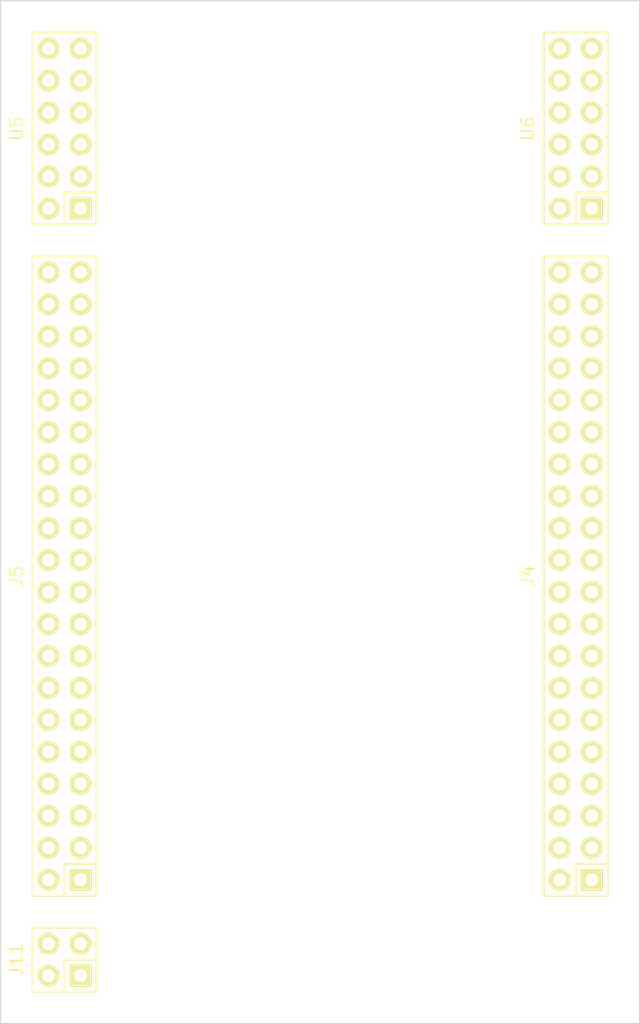
<source format=kicad_pcb>
(kicad_pcb (version 20221018) (generator pcbnew)
  (layers (0 "F.Cu" signal) (31 "B.Cu" signal) (34 "B.Paste" user) (35 "F.Paste" user) (36 "B.SilkS" user "B.Silkscreen") (37 "F.SilkS" user "F.Silkscreen") (38 "B.Mask" user) (39 "F.Mask" user) (44 "Edge.Cuts" user))
  (net 0 "")
  (net 1 "+3.3V")
  (net 2 "I2C_SDA")
  (net 3 "I2C_SCL")
  (net 4 "GPIO_A")
  (net 5 "GPIO_B")
  (net 6 "GND")
  (net 7 "LVDS_TX_B-")
  (net 8 "LVDS_TX_B+")
  (net 9 "LVDS_TX_A-")
  (net 10 "LVDS_TX_A+")
  (net 11 "LVDS_TX_9-")
  (net 12 "LVDS_TX_9+")
  (net 13 "LVDS_TX_8-")
  (net 14 "LVDS_TX_8+")
  (net 15 "LVDS_TX_7-")
  (net 16 "LVDS_TX_7+")
  (net 17 "LVDS_TX_6-")
  (net 18 "LVDS_TX_6+")
  (net 19 "LVDS_TX_5-")
  (net 20 "LVDS_TX_5+")
  (net 21 "LVDS_TX_4-")
  (net 22 "LVDS_TX_4+")
  (net 23 "LVDS_TX_3-")
  (net 24 "LVDS_TX_3+")
  (net 25 "LVDS_TX_2-")
  (net 26 "LVDS_TX_2+")
  (net 27 "LVDS_TX_1-")
  (net 28 "LVDS_TX_1+")
  (net 29 "LVDS_TX_0-")
  (net 30 "LVDS_TX_0+")
  (net 31 "GPIO_01")
  (net 32 "GPIO_02")
  (net 33 "GPIO_03")
  (net 34 "GPIO_04")
  (net 35 "GPIO_05")
  (net 36 "GPIO_06")
  (net 37 "GPIO_07")
  (net 38 "GPIO_08")
  (net 39 "GPIO_09")
  (net 40 "GPIO_10")
  (net 41 "+5V")
  (net 42 "GPIO_11")
  (net 43 "GPIO_12")
  (net 44 "DIFF_RX_B+")
  (net 45 "DIFF_RX_B-")
  (net 46 "DIFF_RX_A+")
  (net 47 "DIFF_RX_A-")
  (net 48 "DIFF_RX_9+")
  (net 49 "DIFF_RX_9-")
  (net 50 "DIFF_RX_8+")
  (net 51 "DIFF_RX_8-")
  (net 52 "DIFF_RX_7+")
  (net 53 "DIFF_RX_7-")
  (net 54 "DIFF_RX_6+")
  (net 55 "DIFF_RX_6-")
  (net 56 "DIFF_RX_5+")
  (net 57 "DIFF_RX_5-")
  (net 58 "DIFF_RX_4+")
  (net 59 "DIFF_RX_4-")
  (net 60 "DIFF_RX_3+")
  (net 61 "DIFF_RX_3-")
  (net 62 "DIFF_RX_2+")
  (net 63 "DIFF_RX_2-")
  (net 64 "DIFF_RX_1+")
  (net 65 "DIFF_RX_1-")
  (net 66 "DIFF_RX_0+")
  (net 67 "DIFF_RX_0-")
  (net 68 "ADC_IN1")
  (net 69 "ADC_IN2")
  (net 70 "PMOD_A_1")
  (net 71 "PMOD_B_1")
  (net 72 "PMOD_A_2")
  (net 73 "PMOD_B_2")
  (net 74 "PMOD_A_3")
  (net 75 "PMOD_B_3")
  (net 76 "PMOD_A_4")
  (net 77 "PMOD_B_4")
  (net 78 "PMOD_C_1")
  (net 79 "PMOD_D_1")
  (net 80 "PMOD_C_2")
  (net 81 "PMOD_D_2")
  (net 82 "PMOD_C_3")
  (net 83 "PMOD_D_3")
  (net 84 "PMOD_C_4")
  (net 85 "PMOD_D_4")
  (footprint "Pin_Headers:Pin_Header_Straight_2x20" (layer "F.Cu") (at 187.96 86.36 90)
    (fp_text reference "J4" (at 0 -3.81 90) (layer "F.SilkS"))
    (fp_text value "CONN_02X20" hide)
    (fp_line (start -25.4 -2.54) (end -25.4 0) (stroke (width 0.15)) (layer "F.SilkS"))
    (fp_line (start -25.4 0) (end -22.86 0) (stroke (width 0.15)) (layer "F.SilkS"))
    (fp_line (start -25.4 2.54) (end -25.4 0) (stroke (width 0.15)) (layer "F.SilkS"))
    (fp_line (start -25.4 2.54) (end -22.86 2.54) (stroke (width 0.15)) (layer "F.SilkS"))
    (fp_line (start -22.86 0) (end -22.86 2.54) (stroke (width 0.15)) (layer "F.SilkS"))
    (fp_line (start -22.86 2.54) (end 25.4 2.54) (stroke (width 0.15)) (layer "F.SilkS"))
    (fp_line (start 25.4 -2.54) (end -25.4 -2.54) (stroke (width 0.15)) (layer "F.SilkS"))
    (fp_line (start 25.4 -2.54) (end 25.4 2.54) (stroke (width 0.15)) (layer "F.SilkS"))
    (pad "1" thru_hole rect (at -24.13 1.27 90) (size 1.7272 1.7272) (drill 1.016) (layers "*.Cu" "*.Mask" "F.SilkS") (net 1 "+3.3V"))
    (pad "2" thru_hole oval (at -24.13 -1.27 90) (size 1.7272 1.7272) (drill 1.016) (layers "*.Cu" "*.Mask" "F.SilkS") (net 1 "+3.3V"))
    (pad "3" thru_hole oval (at -21.59 1.27 90) (size 1.7272 1.7272) (drill 1.016) (layers "*.Cu" "*.Mask" "F.SilkS") (net 2 "I2C_SDA"))
    (pad "4" thru_hole oval (at -21.59 -1.27 90) (size 1.7272 1.7272) (drill 1.016) (layers "*.Cu" "*.Mask" "F.SilkS") (net 3 "I2C_SCL"))
    (pad "5" thru_hole oval (at -19.05 1.27 90) (size 1.7272 1.7272) (drill 1.016) (layers "*.Cu" "*.Mask" "F.SilkS") (net 4 "GPIO_A"))
    (pad "6" thru_hole oval (at -19.05 -1.27 90) (size 1.7272 1.7272) (drill 1.016) (layers "*.Cu" "*.Mask" "F.SilkS") (net 5 "GPIO_B"))
    (pad "7" thru_hole oval (at -16.51 1.27 90) (size 1.7272 1.7272) (drill 1.016) (layers "*.Cu" "*.Mask" "F.SilkS") (net 6 "GND"))
    (pad "8" thru_hole oval (at -16.51 -1.27 90) (size 1.7272 1.7272) (drill 1.016) (layers "*.Cu" "*.Mask" "F.SilkS") (net 6 "GND"))
    (pad "9" thru_hole oval (at -13.97 1.27 90) (size 1.7272 1.7272) (drill 1.016) (layers "*.Cu" "*.Mask" "F.SilkS") (net 6 "GND"))
    (pad "10" thru_hole oval (at -13.97 -1.27 90) (size 1.7272 1.7272) (drill 1.016) (layers "*.Cu" "*.Mask" "F.SilkS") (net 6 "GND"))
    (pad "11" thru_hole oval (at -11.43 1.27 90) (size 1.7272 1.7272) (drill 1.016) (layers "*.Cu" "*.Mask" "F.SilkS") (net 7 "LVDS_TX_B-"))
    (pad "12" thru_hole oval (at -11.43 -1.27 90) (size 1.7272 1.7272) (drill 1.016) (layers "*.Cu" "*.Mask" "F.SilkS") (net 8 "LVDS_TX_B+"))
    (pad "13" thru_hole oval (at -8.89 1.27 90) (size 1.7272 1.7272) (drill 1.016) (layers "*.Cu" "*.Mask" "F.SilkS") (net 9 "LVDS_TX_A-"))
    (pad "14" thru_hole oval (at -8.89 -1.27 90) (size 1.7272 1.7272) (drill 1.016) (layers "*.Cu" "*.Mask" "F.SilkS") (net 10 "LVDS_TX_A+"))
    (pad "15" thru_hole oval (at -6.35 1.27 90) (size 1.7272 1.7272) (drill 1.016) (layers "*.Cu" "*.Mask" "F.SilkS") (net 11 "LVDS_TX_9-"))
    (pad "16" thru_hole oval (at -6.35 -1.27 90) (size 1.7272 1.7272) (drill 1.016) (layers "*.Cu" "*.Mask" "F.SilkS") (net 12 "LVDS_TX_9+"))
    (pad "17" thru_hole oval (at -3.81 1.27 90) (size 1.7272 1.7272) (drill 1.016) (layers "*.Cu" "*.Mask" "F.SilkS") (net 6 "GND"))
    (pad "18" thru_hole oval (at -3.81 -1.27 90) (size 1.7272 1.7272) (drill 1.016) (layers "*.Cu" "*.Mask" "F.SilkS") (net 6 "GND"))
    (pad "19" thru_hole oval (at -1.27 1.27 90) (size 1.7272 1.7272) (drill 1.016) (layers "*.Cu" "*.Mask" "F.SilkS") (net 13 "LVDS_TX_8-"))
    (pad "20" thru_hole oval (at -1.27 -1.27 90) (size 1.7272 1.7272) (drill 1.016) (layers "*.Cu" "*.Mask" "F.SilkS") (net 14 "LVDS_TX_8+"))
    (pad "21" thru_hole oval (at 1.27 1.27 90) (size 1.7272 1.7272) (drill 1.016) (layers "*.Cu" "*.Mask" "F.SilkS") (net 15 "LVDS_TX_7-"))
    (pad "22" thru_hole oval (at 1.27 -1.27 90) (size 1.7272 1.7272) (drill 1.016) (layers "*.Cu" "*.Mask" "F.SilkS") (net 16 "LVDS_TX_7+"))
    (pad "23" thru_hole oval (at 3.81 1.27 90) (size 1.7272 1.7272) (drill 1.016) (layers "*.Cu" "*.Mask" "F.SilkS") (net 17 "LVDS_TX_6-"))
    (pad "24" thru_hole oval (at 3.81 -1.27 90) (size 1.7272 1.7272) (drill 1.016) (layers "*.Cu" "*.Mask" "F.SilkS") (net 18 "LVDS_TX_6+"))
    (pad "25" thru_hole oval (at 6.35 1.27 90) (size 1.7272 1.7272) (drill 1.016) (layers "*.Cu" "*.Mask" "F.SilkS") (net 6 "GND"))
    (pad "26" thru_hole oval (at 6.35 -1.27 90) (size 1.7272 1.7272) (drill 1.016) (layers "*.Cu" "*.Mask" "F.SilkS") (net 6 "GND"))
    (pad "27" thru_hole oval (at 8.89 1.27 90) (size 1.7272 1.7272) (drill 1.016) (layers "*.Cu" "*.Mask" "F.SilkS") (net 19 "LVDS_TX_5-"))
    (pad "28" thru_hole oval (at 8.89 -1.27 90) (size 1.7272 1.7272) (drill 1.016) (layers "*.Cu" "*.Mask" "F.SilkS") (net 20 "LVDS_TX_5+"))
    (pad "29" thru_hole oval (at 11.43 1.27 90) (size 1.7272 1.7272) (drill 1.016) (layers "*.Cu" "*.Mask" "F.SilkS") (net 21 "LVDS_TX_4-"))
    (pad "30" thru_hole oval (at 11.43 -1.27 90) (size 1.7272 1.7272) (drill 1.016) (layers "*.Cu" "*.Mask" "F.SilkS") (net 22 "LVDS_TX_4+"))
    (pad "31" thru_hole oval (at 13.97 1.27 90) (size 1.7272 1.7272) (drill 1.016) (layers "*.Cu" "*.Mask" "F.SilkS") (net 23 "LVDS_TX_3-"))
    (pad "32" thru_hole oval (at 13.97 -1.27 90) (size 1.7272 1.7272) (drill 1.016) (layers "*.Cu" "*.Mask" "F.SilkS") (net 24 "LVDS_TX_3+"))
    (pad "33" thru_hole oval (at 16.51 1.27 90) (size 1.7272 1.7272) (drill 1.016) (layers "*.Cu" "*.Mask" "F.SilkS") (net 6 "GND"))
    (pad "34" thru_hole oval (at 16.51 -1.27 90) (size 1.7272 1.7272) (drill 1.016) (layers "*.Cu" "*.Mask" "F.SilkS") (net 6 "GND"))
    (pad "35" thru_hole oval (at 19.05 1.27 90) (size 1.7272 1.7272) (drill 1.016) (layers "*.Cu" "*.Mask" "F.SilkS") (net 25 "LVDS_TX_2-"))
    (pad "36" thru_hole oval (at 19.05 -1.27 90) (size 1.7272 1.7272) (drill 1.016) (layers "*.Cu" "*.Mask" "F.SilkS") (net 26 "LVDS_TX_2+"))
    (pad "37" thru_hole oval (at 21.59 1.27 90) (size 1.7272 1.7272) (drill 1.016) (layers "*.Cu" "*.Mask" "F.SilkS") (net 27 "LVDS_TX_1-"))
    (pad "38" thru_hole oval (at 21.59 -1.27 90) (size 1.7272 1.7272) (drill 1.016) (layers "*.Cu" "*.Mask" "F.SilkS") (net 28 "LVDS_TX_1+"))
    (pad "39" thru_hole oval (at 24.13 1.27 90) (size 1.7272 1.7272) (drill 1.016) (layers "*.Cu" "*.Mask" "F.SilkS") (net 29 "LVDS_TX_0-"))
    (pad "40" thru_hole oval (at 24.13 -1.27 90) (size 1.7272 1.7272) (drill 1.016) (layers "*.Cu" "*.Mask" "F.SilkS") (net 30 "LVDS_TX_0+"))
  )
  (footprint "Pin_Headers:Pin_Header_Straight_2x20" (layer "F.Cu") (at 147.32 86.36 90)
    (fp_text reference "J5" (at 0 -3.81 90) (layer "F.SilkS"))
    (fp_text value "CONN_02X20" hide)
    (fp_line (start -25.4 -2.54) (end -25.4 0) (stroke (width 0.15)) (layer "F.SilkS"))
    (fp_line (start -25.4 0) (end -22.86 0) (stroke (width 0.15)) (layer "F.SilkS"))
    (fp_line (start -25.4 2.54) (end -25.4 0) (stroke (width 0.15)) (layer "F.SilkS"))
    (fp_line (start -25.4 2.54) (end -22.86 2.54) (stroke (width 0.15)) (layer "F.SilkS"))
    (fp_line (start -22.86 0) (end -22.86 2.54) (stroke (width 0.15)) (layer "F.SilkS"))
    (fp_line (start -22.86 2.54) (end 25.4 2.54) (stroke (width 0.15)) (layer "F.SilkS"))
    (fp_line (start 25.4 -2.54) (end -25.4 -2.54) (stroke (width 0.15)) (layer "F.SilkS"))
    (fp_line (start 25.4 -2.54) (end 25.4 2.54) (stroke (width 0.15)) (layer "F.SilkS"))
    (pad "1" thru_hole rect (at -24.13 1.27 90) (size 1.7272 1.7272) (drill 1.016) (layers "*.Cu" "*.Mask" "F.SilkS") (net 31 "GPIO_01"))
    (pad "2" thru_hole oval (at -24.13 -1.27 90) (size 1.7272 1.7272) (drill 1.016) (layers "*.Cu" "*.Mask" "F.SilkS") (net 32 "GPIO_02"))
    (pad "3" thru_hole oval (at -21.59 1.27 90) (size 1.7272 1.7272) (drill 1.016) (layers "*.Cu" "*.Mask" "F.SilkS") (net 33 "GPIO_03"))
    (pad "4" thru_hole oval (at -21.59 -1.27 90) (size 1.7272 1.7272) (drill 1.016) (layers "*.Cu" "*.Mask" "F.SilkS") (net 34 "GPIO_04"))
    (pad "5" thru_hole oval (at -19.05 1.27 90) (size 1.7272 1.7272) (drill 1.016) (layers "*.Cu" "*.Mask" "F.SilkS") (net 35 "GPIO_05"))
    (pad "6" thru_hole oval (at -19.05 -1.27 90) (size 1.7272 1.7272) (drill 1.016) (layers "*.Cu" "*.Mask" "F.SilkS") (net 36 "GPIO_06"))
    (pad "7" thru_hole oval (at -16.51 1.27 90) (size 1.7272 1.7272) (drill 1.016) (layers "*.Cu" "*.Mask" "F.SilkS") (net 37 "GPIO_07"))
    (pad "8" thru_hole oval (at -16.51 -1.27 90) (size 1.7272 1.7272) (drill 1.016) (layers "*.Cu" "*.Mask" "F.SilkS") (net 38 "GPIO_08"))
    (pad "9" thru_hole oval (at -13.97 1.27 90) (size 1.7272 1.7272) (drill 1.016) (layers "*.Cu" "*.Mask" "F.SilkS") (net 39 "GPIO_09"))
    (pad "10" thru_hole oval (at -13.97 -1.27 90) (size 1.7272 1.7272) (drill 1.016) (layers "*.Cu" "*.Mask" "F.SilkS") (net 40 "GPIO_10"))
    (pad "11" thru_hole oval (at -11.43 1.27 90) (size 1.7272 1.7272) (drill 1.016) (layers "*.Cu" "*.Mask" "F.SilkS") (net 41 "+5V"))
    (pad "12" thru_hole oval (at -11.43 -1.27 90) (size 1.7272 1.7272) (drill 1.016) (layers "*.Cu" "*.Mask" "F.SilkS") (net 6 "GND"))
    (pad "13" thru_hole oval (at -8.89 1.27 90) (size 1.7272 1.7272) (drill 1.016) (layers "*.Cu" "*.Mask" "F.SilkS") (net 42 "GPIO_11"))
    (pad "14" thru_hole oval (at -8.89 -1.27 90) (size 1.7272 1.7272) (drill 1.016) (layers "*.Cu" "*.Mask" "F.SilkS") (net 43 "GPIO_12"))
    (pad "15" thru_hole oval (at -6.35 1.27 90) (size 1.7272 1.7272) (drill 1.016) (layers "*.Cu" "*.Mask" "F.SilkS") (net 44 "DIFF_RX_B+"))
    (pad "16" thru_hole oval (at -6.35 -1.27 90) (size 1.7272 1.7272) (drill 1.016) (layers "*.Cu" "*.Mask" "F.SilkS") (net 45 "DIFF_RX_B-"))
    (pad "17" thru_hole oval (at -3.81 1.27 90) (size 1.7272 1.7272) (drill 1.016) (layers "*.Cu" "*.Mask" "F.SilkS") (net 46 "DIFF_RX_A+"))
    (pad "18" thru_hole oval (at -3.81 -1.27 90) (size 1.7272 1.7272) (drill 1.016) (layers "*.Cu" "*.Mask" "F.SilkS") (net 47 "DIFF_RX_A-"))
    (pad "19" thru_hole oval (at -1.27 1.27 90) (size 1.7272 1.7272) (drill 1.016) (layers "*.Cu" "*.Mask" "F.SilkS") (net 48 "DIFF_RX_9+"))
    (pad "20" thru_hole oval (at -1.27 -1.27 90) (size 1.7272 1.7272) (drill 1.016) (layers "*.Cu" "*.Mask" "F.SilkS") (net 49 "DIFF_RX_9-"))
    (pad "21" thru_hole oval (at 1.27 1.27 90) (size 1.7272 1.7272) (drill 1.016) (layers "*.Cu" "*.Mask" "F.SilkS") (net 50 "DIFF_RX_8+"))
    (pad "22" thru_hole oval (at 1.27 -1.27 90) (size 1.7272 1.7272) (drill 1.016) (layers "*.Cu" "*.Mask" "F.SilkS") (net 51 "DIFF_RX_8-"))
    (pad "23" thru_hole oval (at 3.81 1.27 90) (size 1.7272 1.7272) (drill 1.016) (layers "*.Cu" "*.Mask" "F.SilkS") (net 52 "DIFF_RX_7+"))
    (pad "24" thru_hole oval (at 3.81 -1.27 90) (size 1.7272 1.7272) (drill 1.016) (layers "*.Cu" "*.Mask" "F.SilkS") (net 53 "DIFF_RX_7-"))
    (pad "25" thru_hole oval (at 6.35 1.27 90) (size 1.7272 1.7272) (drill 1.016) (layers "*.Cu" "*.Mask" "F.SilkS") (net 54 "DIFF_RX_6+"))
    (pad "26" thru_hole oval (at 6.35 -1.27 90) (size 1.7272 1.7272) (drill 1.016) (layers "*.Cu" "*.Mask" "F.SilkS") (net 55 "DIFF_RX_6-"))
    (pad "27" thru_hole oval (at 8.89 1.27 90) (size 1.7272 1.7272) (drill 1.016) (layers "*.Cu" "*.Mask" "F.SilkS") (net 56 "DIFF_RX_5+"))
    (pad "28" thru_hole oval (at 8.89 -1.27 90) (size 1.7272 1.7272) (drill 1.016) (layers "*.Cu" "*.Mask" "F.SilkS") (net 57 "DIFF_RX_5-"))
    (pad "29" thru_hole oval (at 11.43 1.27 90) (size 1.7272 1.7272) (drill 1.016) (layers "*.Cu" "*.Mask" "F.SilkS") (net 1 "+3.3V"))
    (pad "30" thru_hole oval (at 11.43 -1.27 90) (size 1.7272 1.7272) (drill 1.016) (layers "*.Cu" "*.Mask" "F.SilkS") (net 6 "GND"))
    (pad "31" thru_hole oval (at 13.97 1.27 90) (size 1.7272 1.7272) (drill 1.016) (layers "*.Cu" "*.Mask" "F.SilkS") (net 58 "DIFF_RX_4+"))
    (pad "32" thru_hole oval (at 13.97 -1.27 90) (size 1.7272 1.7272) (drill 1.016) (layers "*.Cu" "*.Mask" "F.SilkS") (net 59 "DIFF_RX_4-"))
    (pad "33" thru_hole oval (at 16.51 1.27 90) (size 1.7272 1.7272) (drill 1.016) (layers "*.Cu" "*.Mask" "F.SilkS") (net 60 "DIFF_RX_3+"))
    (pad "34" thru_hole oval (at 16.51 -1.27 90) (size 1.7272 1.7272) (drill 1.016) (layers "*.Cu" "*.Mask" "F.SilkS") (net 61 "DIFF_RX_3-"))
    (pad "35" thru_hole oval (at 19.05 1.27 90) (size 1.7272 1.7272) (drill 1.016) (layers "*.Cu" "*.Mask" "F.SilkS") (net 62 "DIFF_RX_2+"))
    (pad "36" thru_hole oval (at 19.05 -1.27 90) (size 1.7272 1.7272) (drill 1.016) (layers "*.Cu" "*.Mask" "F.SilkS") (net 63 "DIFF_RX_2-"))
    (pad "37" thru_hole oval (at 21.59 1.27 90) (size 1.7272 1.7272) (drill 1.016) (layers "*.Cu" "*.Mask" "F.SilkS") (net 64 "DIFF_RX_1+"))
    (pad "38" thru_hole oval (at 21.59 -1.27 90) (size 1.7272 1.7272) (drill 1.016) (layers "*.Cu" "*.Mask" "F.SilkS") (net 65 "DIFF_RX_1-"))
    (pad "39" thru_hole oval (at 24.13 1.27 90) (size 1.7272 1.7272) (drill 1.016) (layers "*.Cu" "*.Mask" "F.SilkS") (net 66 "DIFF_RX_0+"))
    (pad "40" thru_hole oval (at 24.13 -1.27 90) (size 1.7272 1.7272) (drill 1.016) (layers "*.Cu" "*.Mask" "F.SilkS") (net 67 "DIFF_RX_0-"))
  )
  (footprint "Pin_Headers:Pin_Header_Straight_2x02" (layer "F.Cu") (at 147.32 116.84 90)
    (fp_text reference "J11" (at 0 -3.81 90) (layer "F.SilkS"))
    (fp_text value "CONN_02X02" hide)
    (fp_line (start -2.54 -2.54) (end 2.54 -2.54) (stroke (width 0.15)) (layer "F.SilkS"))
    (fp_line (start -2.54 0) (end -2.54 -2.54) (stroke (width 0.15)) (layer "F.SilkS"))
    (fp_line (start -2.54 0) (end -2.54 2.54) (stroke (width 0.15)) (layer "F.SilkS"))
    (fp_line (start -2.54 2.54) (end 0 2.54) (stroke (width 0.15)) (layer "F.SilkS"))
    (fp_line (start 0 0) (end -2.54 0) (stroke (width 0.15)) (layer "F.SilkS"))
    (fp_line (start 0 2.54) (end 0 0) (stroke (width 0.15)) (layer "F.SilkS"))
    (fp_line (start 2.54 -2.54) (end 2.54 2.54) (stroke (width 0.15)) (layer "F.SilkS"))
    (fp_line (start 2.54 2.54) (end 0 2.54) (stroke (width 0.15)) (layer "F.SilkS"))
    (pad "1" thru_hole rect (at -1.27 1.27 90) (size 1.7272 1.7272) (drill 1.016) (layers "*.Cu" "*.Mask" "F.SilkS") (net 68 "ADC_IN1"))
    (pad "2" thru_hole oval (at -1.27 -1.27 90) (size 1.7272 1.7272) (drill 1.016) (layers "*.Cu" "*.Mask" "F.SilkS") (net 69 "ADC_IN2"))
    (pad "3" thru_hole oval (at 1.27 1.27 90) (size 1.7272 1.7272) (drill 1.016) (layers "*.Cu" "*.Mask" "F.SilkS") (net 6 "GND"))
    (pad "4" thru_hole oval (at 1.27 -1.27 90) (size 1.7272 1.7272) (drill 1.016) (layers "*.Cu" "*.Mask" "F.SilkS") (net 6 "GND"))
  )
  (footprint "Pin_Headers:Pin_Header_Straight_2x06" (layer "F.Cu") (at 147.32 50.8 90)
    (fp_text reference "U5" (at 0 -3.81 90) (layer "F.SilkS"))
    (fp_text value "CONN_02X06" hide)
    (fp_line (start -7.62 -2.54) (end -7.62 0) (stroke (width 0.15)) (layer "F.SilkS"))
    (fp_line (start -7.62 0) (end -5.08 0) (stroke (width 0.15)) (layer "F.SilkS"))
    (fp_line (start -7.62 2.54) (end -7.62 0) (stroke (width 0.15)) (layer "F.SilkS"))
    (fp_line (start -7.62 2.54) (end -5.08 2.54) (stroke (width 0.15)) (layer "F.SilkS"))
    (fp_line (start -5.08 0) (end -5.08 2.54) (stroke (width 0.15)) (layer "F.SilkS"))
    (fp_line (start -5.08 2.54) (end 7.62 2.54) (stroke (width 0.15)) (layer "F.SilkS"))
    (fp_line (start 7.62 -2.54) (end -7.62 -2.54) (stroke (width 0.15)) (layer "F.SilkS"))
    (fp_line (start 7.62 -2.54) (end 7.62 2.54) (stroke (width 0.15)) (layer "F.SilkS"))
    (pad "1" thru_hole rect (at -6.35 1.27 90) (size 1.7272 1.7272) (drill 1.016) (layers "*.Cu" "*.Mask" "F.SilkS") (net 70 "PMOD_A_1"))
    (pad "2" thru_hole oval (at -6.35 -1.27 90) (size 1.7272 1.7272) (drill 1.016) (layers "*.Cu" "*.Mask" "F.SilkS") (net 71 "PMOD_B_1"))
    (pad "3" thru_hole oval (at -3.81 1.27 90) (size 1.7272 1.7272) (drill 1.016) (layers "*.Cu" "*.Mask" "F.SilkS") (net 72 "PMOD_A_2"))
    (pad "4" thru_hole oval (at -3.81 -1.27 90) (size 1.7272 1.7272) (drill 1.016) (layers "*.Cu" "*.Mask" "F.SilkS") (net 73 "PMOD_B_2"))
    (pad "5" thru_hole oval (at -1.27 1.27 90) (size 1.7272 1.7272) (drill 1.016) (layers "*.Cu" "*.Mask" "F.SilkS") (net 74 "PMOD_A_3"))
    (pad "6" thru_hole oval (at -1.27 -1.27 90) (size 1.7272 1.7272) (drill 1.016) (layers "*.Cu" "*.Mask" "F.SilkS") (net 75 "PMOD_B_3"))
    (pad "7" thru_hole oval (at 1.27 1.27 90) (size 1.7272 1.7272) (drill 1.016) (layers "*.Cu" "*.Mask" "F.SilkS") (net 76 "PMOD_A_4"))
    (pad "8" thru_hole oval (at 1.27 -1.27 90) (size 1.7272 1.7272) (drill 1.016) (layers "*.Cu" "*.Mask" "F.SilkS") (net 77 "PMOD_B_4"))
    (pad "9" thru_hole oval (at 3.81 1.27 90) (size 1.7272 1.7272) (drill 1.016) (layers "*.Cu" "*.Mask" "F.SilkS") (net 6 "GND"))
    (pad "10" thru_hole oval (at 3.81 -1.27 90) (size 1.7272 1.7272) (drill 1.016) (layers "*.Cu" "*.Mask" "F.SilkS") (net 6 "GND"))
    (pad "11" thru_hole oval (at 6.35 1.27 90) (size 1.7272 1.7272) (drill 1.016) (layers "*.Cu" "*.Mask" "F.SilkS") (net 1 "+3.3V"))
    (pad "12" thru_hole oval (at 6.35 -1.27 90) (size 1.7272 1.7272) (drill 1.016) (layers "*.Cu" "*.Mask" "F.SilkS") (net 1 "+3.3V"))
  )
  (footprint "Pin_Headers:Pin_Header_Straight_2x06" (layer "F.Cu") (at 187.96 50.8 90)
    (fp_text reference "U6" (at 0 -3.81 90) (layer "F.SilkS"))
    (fp_text value "CONN_02X06" hide)
    (fp_line (start -7.62 -2.54) (end -7.62 0) (stroke (width 0.15)) (layer "F.SilkS"))
    (fp_line (start -7.62 0) (end -5.08 0) (stroke (width 0.15)) (layer "F.SilkS"))
    (fp_line (start -7.62 2.54) (end -7.62 0) (stroke (width 0.15)) (layer "F.SilkS"))
    (fp_line (start -7.62 2.54) (end -5.08 2.54) (stroke (width 0.15)) (layer "F.SilkS"))
    (fp_line (start -5.08 0) (end -5.08 2.54) (stroke (width 0.15)) (layer "F.SilkS"))
    (fp_line (start -5.08 2.54) (end 7.62 2.54) (stroke (width 0.15)) (layer "F.SilkS"))
    (fp_line (start 7.62 -2.54) (end -7.62 -2.54) (stroke (width 0.15)) (layer "F.SilkS"))
    (fp_line (start 7.62 -2.54) (end 7.62 2.54) (stroke (width 0.15)) (layer "F.SilkS"))
    (pad "1" thru_hole rect (at -6.35 1.27 90) (size 1.7272 1.7272) (drill 1.016) (layers "*.Cu" "*.Mask" "F.SilkS") (net 78 "PMOD_C_1"))
    (pad "2" thru_hole oval (at -6.35 -1.27 90) (size 1.7272 1.7272) (drill 1.016) (layers "*.Cu" "*.Mask" "F.SilkS") (net 79 "PMOD_D_1"))
    (pad "3" thru_hole oval (at -3.81 1.27 90) (size 1.7272 1.7272) (drill 1.016) (layers "*.Cu" "*.Mask" "F.SilkS") (net 80 "PMOD_C_2"))
    (pad "4" thru_hole oval (at -3.81 -1.27 90) (size 1.7272 1.7272) (drill 1.016) (layers "*.Cu" "*.Mask" "F.SilkS") (net 81 "PMOD_D_2"))
    (pad "5" thru_hole oval (at -1.27 1.27 90) (size 1.7272 1.7272) (drill 1.016) (layers "*.Cu" "*.Mask" "F.SilkS") (net 82 "PMOD_C_3"))
    (pad "6" thru_hole oval (at -1.27 -1.27 90) (size 1.7272 1.7272) (drill 1.016) (layers "*.Cu" "*.Mask" "F.SilkS") (net 83 "PMOD_D_3"))
    (pad "7" thru_hole oval (at 1.27 1.27 90) (size 1.7272 1.7272) (drill 1.016) (layers "*.Cu" "*.Mask" "F.SilkS") (net 84 "PMOD_C_4"))
    (pad "8" thru_hole oval (at 1.27 -1.27 90) (size 1.7272 1.7272) (drill 1.016) (layers "*.Cu" "*.Mask" "F.SilkS") (net 85 "PMOD_D_4"))
    (pad "9" thru_hole oval (at 3.81 1.27 90) (size 1.7272 1.7272) (drill 1.016) (layers "*.Cu" "*.Mask" "F.SilkS") (net 6 "GND"))
    (pad "10" thru_hole oval (at 3.81 -1.27 90) (size 1.7272 1.7272) (drill 1.016) (layers "*.Cu" "*.Mask" "F.SilkS") (net 6 "GND"))
    (pad "11" thru_hole oval (at 6.35 1.27 90) (size 1.7272 1.7272) (drill 1.016) (layers "*.Cu" "*.Mask" "F.SilkS") (net 1 "+3.3V"))
    (pad "12" thru_hole oval (at 6.35 -1.27 90) (size 1.7272 1.7272) (drill 1.016) (layers "*.Cu" "*.Mask" "F.SilkS") (net 1 "+3.3V"))
  )
  (gr_line (start 193.04 121.92) (end 142.24 121.92) (stroke (width 0.1)) (layer "Edge.Cuts"))
  (gr_line (start 142.24 40.64) (end 193.04 40.64) (stroke (width 0.1)) (layer "Edge.Cuts"))
  (gr_line (start 142.24 121.92) (end 142.24 40.64) (stroke (width 0.1)) (layer "Edge.Cuts"))
  (gr_line (start 193.04 40.64) (end 193.04 121.92) (stroke (width 0.1)) (layer "Edge.Cuts"))
)
</source>
